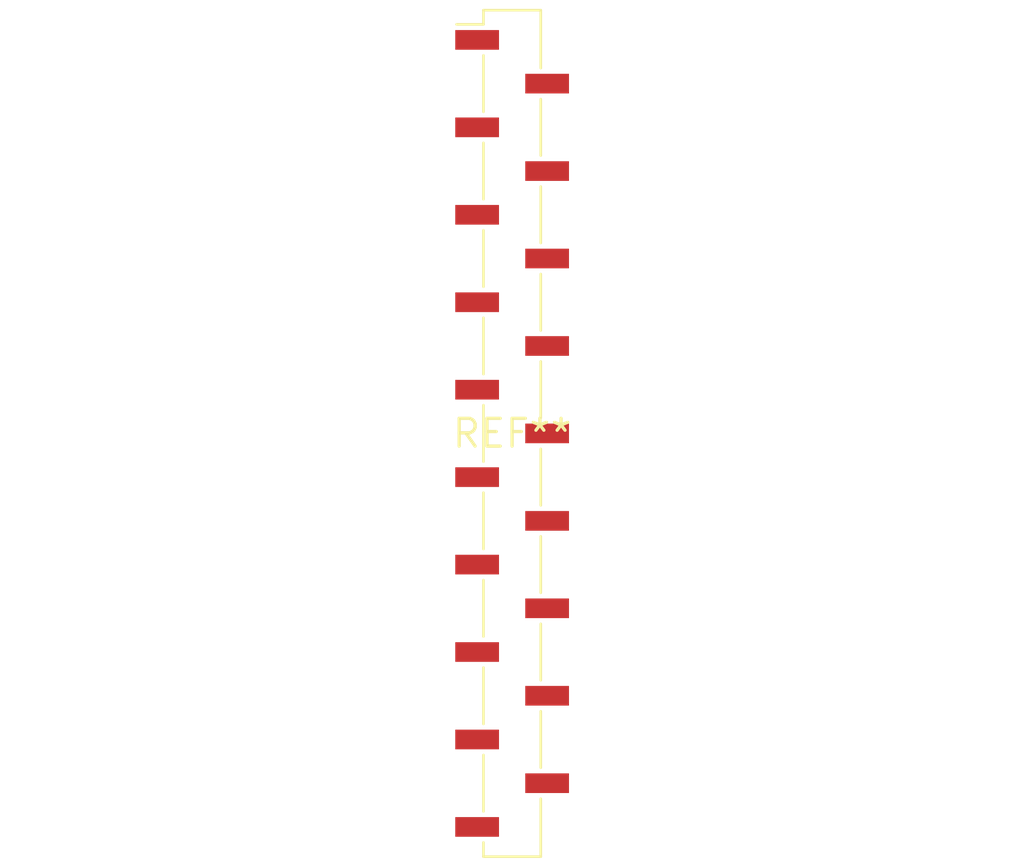
<source format=kicad_pcb>
(kicad_pcb (version 20240108) (generator pcbnew)
  (layers (0 "F.Cu" signal) (31 "B.Cu" signal) (34 "B.Paste" user) (35 "F.Paste" user) (36 "B.SilkS" user "B.Silkscreen") (37 "F.SilkS" user "F.Silkscreen") (38 "B.Mask" user) (39 "F.Mask" user) (44 "Edge.Cuts" user))
  (net 0 "")
  (footprint "PinSocket_1x19_P2.00mm_Vertical_SMD_Pin1Left" (layer "F.Cu") (at 0 0)
    (property "Reference" "REF**")
    (property "Value" "PinSocket_1x19_P2.00mm_Vertical_SMD_Pin1Left")
    (fp_line (start -2.54 -18.71) (end -1.31 -18.71) (layer "F.SilkS") (stroke (width 0.12)))
    (fp_line (start -1.31 -19.36) (end -1.31 -18.71) (layer "F.SilkS") (stroke (width 0.12)))
    (fp_line (start -1.31 -19.36) (end 1.31 -19.36) (layer "F.SilkS") (stroke (width 0.12)))
    (fp_line (start -1.31 -17.29) (end -1.31 -14.71) (layer "F.SilkS") (stroke (width 0.12)))
    (fp_line (start -1.31 -13.29) (end -1.31 -10.71) (layer "F.SilkS") (stroke (width 0.12)))
    (fp_line (start -1.31 -9.29) (end -1.31 -6.71) (layer "F.SilkS") (stroke (width 0.12)))
    (fp_line (start -1.31 -5.29) (end -1.31 -2.71) (layer "F.SilkS") (stroke (width 0.12)))
    (fp_line (start -1.31 -1.29) (end -1.31 1.29) (layer "F.SilkS") (stroke (width 0.12)))
    (fp_line (start -1.31 2.71) (end -1.31 5.29) (layer "F.SilkS") (stroke (width 0.12)))
    (fp_line (start -1.31 6.71) (end -1.31 9.29) (layer "F.SilkS") (stroke (width 0.12)))
    (fp_line (start -1.31 10.71) (end -1.31 13.29) (layer "F.SilkS") (stroke (width 0.12)))
    (fp_line (start -1.31 14.71) (end -1.31 17.29) (layer "F.SilkS") (stroke (width 0.12)))
    (fp_line (start -1.31 18.71) (end -1.31 19.36) (layer "F.SilkS") (stroke (width 0.12)))
    (fp_line (start -1.31 19.36) (end 1.31 19.36) (layer "F.SilkS") (stroke (width 0.12)))
    (fp_line (start 1.31 -19.36) (end 1.31 -16.71) (layer "F.SilkS") (stroke (width 0.12)))
    (fp_line (start 1.31 -15.29) (end 1.31 -12.71) (layer "F.SilkS") (stroke (width 0.12)))
    (fp_line (start 1.31 -11.29) (end 1.31 -8.71) (layer "F.SilkS") (stroke (width 0.12)))
    (fp_line (start 1.31 -7.29) (end 1.31 -4.71) (layer "F.SilkS") (stroke (width 0.12)))
    (fp_line (start 1.31 -3.29) (end 1.31 -0.71) (layer "F.SilkS") (stroke (width 0.12)))
    (fp_line (start 1.31 0.71) (end 1.31 3.29) (layer "F.SilkS") (stroke (width 0.12)))
    (fp_line (start 1.31 4.71) (end 1.31 7.29) (layer "F.SilkS") (stroke (width 0.12)))
    (fp_line (start 1.31 8.71) (end 1.31 11.29) (layer "F.SilkS") (stroke (width 0.12)))
    (fp_line (start 1.31 12.71) (end 1.31 15.29) (layer "F.SilkS") (stroke (width 0.12)))
    (fp_line (start 1.31 16.71) (end 1.31 19.36) (layer "F.SilkS") (stroke (width 0.12)))
    (pad "1" smd rect (at -1.6 -18) (size 2 0.9) (layers "F.Cu" "F.Paste" "F.Mask"))
    (pad "2" smd rect (at 1.6 -16) (size 2 0.9) (layers "F.Cu" "F.Paste" "F.Mask"))
    (pad "3" smd rect (at -1.6 -14) (size 2 0.9) (layers "F.Cu" "F.Paste" "F.Mask"))
    (pad "4" smd rect (at 1.6 -12) (size 2 0.9) (layers "F.Cu" "F.Paste" "F.Mask"))
    (pad "5" smd rect (at -1.6 -10) (size 2 0.9) (layers "F.Cu" "F.Paste" "F.Mask"))
    (pad "6" smd rect (at 1.6 -8) (size 2 0.9) (layers "F.Cu" "F.Paste" "F.Mask"))
    (pad "7" smd rect (at -1.6 -6) (size 2 0.9) (layers "F.Cu" "F.Paste" "F.Mask"))
    (pad "8" smd rect (at 1.6 -4) (size 2 0.9) (layers "F.Cu" "F.Paste" "F.Mask"))
    (pad "9" smd rect (at -1.6 -2) (size 2 0.9) (layers "F.Cu" "F.Paste" "F.Mask"))
    (pad "10" smd rect (at 1.6 0) (size 2 0.9) (layers "F.Cu" "F.Paste" "F.Mask"))
    (pad "11" smd rect (at -1.6 2) (size 2 0.9) (layers "F.Cu" "F.Paste" "F.Mask"))
    (pad "12" smd rect (at 1.6 4) (size 2 0.9) (layers "F.Cu" "F.Paste" "F.Mask"))
    (pad "13" smd rect (at -1.6 6) (size 2 0.9) (layers "F.Cu" "F.Paste" "F.Mask"))
    (pad "14" smd rect (at 1.6 8) (size 2 0.9) (layers "F.Cu" "F.Paste" "F.Mask"))
    (pad "15" smd rect (at -1.6 10) (size 2 0.9) (layers "F.Cu" "F.Paste" "F.Mask"))
    (pad "16" smd rect (at 1.6 12) (size 2 0.9) (layers "F.Cu" "F.Paste" "F.Mask"))
    (pad "17" smd rect (at -1.6 14) (size 2 0.9) (layers "F.Cu" "F.Paste" "F.Mask"))
    (pad "18" smd rect (at 1.6 16) (size 2 0.9) (layers "F.Cu" "F.Paste" "F.Mask"))
    (pad "19" smd rect (at -1.6 18) (size 2 0.9) (layers "F.Cu" "F.Paste" "F.Mask"))
  )
)
</source>
